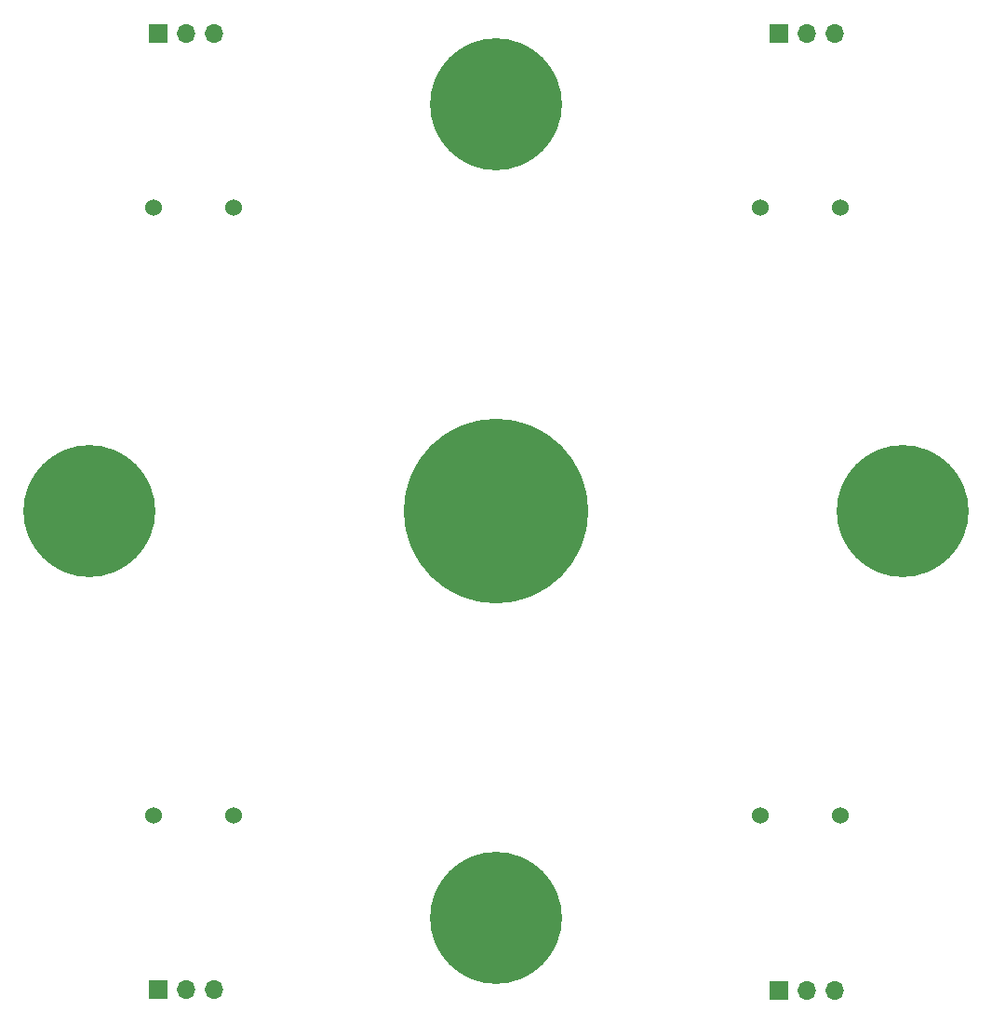
<source format=gbr>
%TF.GenerationSoftware,KiCad,Pcbnew,7.0.5-0*%
%TF.CreationDate,2023-07-05T09:30:56-04:00*%
%TF.ProjectId,quad_sipm,71756164-5f73-4697-906d-2e6b69636164,rev?*%
%TF.SameCoordinates,Original*%
%TF.FileFunction,Soldermask,Top*%
%TF.FilePolarity,Negative*%
%FSLAX46Y46*%
G04 Gerber Fmt 4.6, Leading zero omitted, Abs format (unit mm)*
G04 Created by KiCad (PCBNEW 7.0.5-0) date 2023-07-05 09:30:56*
%MOMM*%
%LPD*%
G01*
G04 APERTURE LIST*
%ADD10C,16.800000*%
%ADD11C,12.000000*%
%ADD12C,1.524000*%
%ADD13R,1.700000X1.700000*%
%ADD14O,1.700000X1.700000*%
G04 APERTURE END LIST*
D10*
%TO.C,H2*%
X100000000Y-100000000D03*
%TD*%
D11*
%TO.C,H3*%
X100000000Y-137000000D03*
%TD*%
%TO.C,H4*%
X137000000Y-100000000D03*
%TD*%
%TO.C,H5*%
X63000000Y-100000000D03*
%TD*%
%TO.C,H1*%
X100000000Y-63000000D03*
%TD*%
D12*
%TO.C,D1*%
X131335000Y-127635000D03*
X124035000Y-127635000D03*
%TD*%
%TO.C,D2*%
X76090000Y-127635000D03*
X68790000Y-127635000D03*
%TD*%
%TO.C,D4*%
X76090000Y-72390000D03*
X68790000Y-72390000D03*
%TD*%
%TO.C,D3*%
X131335000Y-72390000D03*
X124035000Y-72390000D03*
%TD*%
D13*
%TO.C,J1*%
X125685000Y-143555000D03*
D14*
X128225000Y-143555000D03*
X130765000Y-143555000D03*
%TD*%
D13*
%TO.C,J3*%
X125685000Y-56560000D03*
D14*
X128225000Y-56560000D03*
X130765000Y-56560000D03*
%TD*%
D13*
%TO.C,J4*%
X69215000Y-56515000D03*
D14*
X71755000Y-56515000D03*
X74295000Y-56515000D03*
%TD*%
D13*
%TO.C,J2*%
X69215000Y-143510000D03*
D14*
X71755000Y-143510000D03*
X74295000Y-143510000D03*
%TD*%
M02*

</source>
